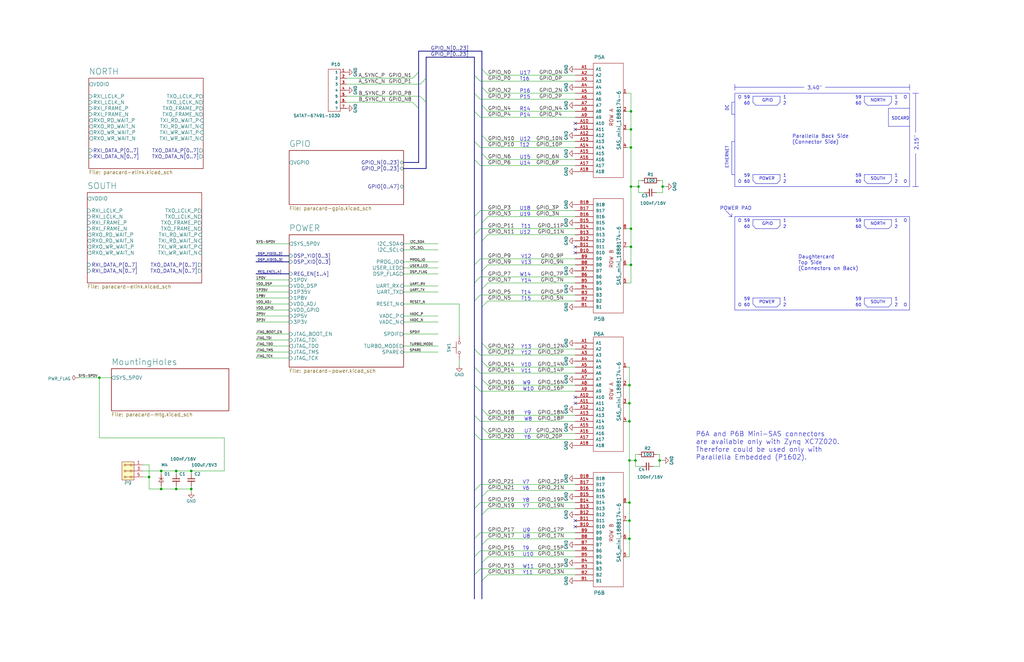
<source format=kicad_sch>
(kicad_sch (version 20230121) (generator eeschema)
  (paper "B")
  (title_block (title "MPPB01B") (date "2022-03-24") (company "MLAB.cz") (comment 2 "Paralella MLAB interface board") (comment 3 "Maksim Rezenov, Jakub Kakona"))
  (junction (at 269.24 78.74))
  (junction (at 265.43 212.09))
  (junction (at 265.43 194.31))
  (junction (at 278.13 194.31))
  (junction (at 62.865 201.295))
  (junction (at 266.065 78.74))
  (junction (at 266.065 96.52))
  (junction (at 266.065 46.99))
  (junction (at 80.645 206.375))
  (junction (at 266.065 54.61))
  (junction (at 267.97 194.31))
  (junction (at 265.43 170.18))
  (junction (at 265.43 177.8))
  (junction (at 279.4 78.74))
  (junction (at 74.295 206.375))
  (junction (at 266.065 104.14))
  (junction (at 265.43 227.33))
  (junction (at 266.065 62.23))
  (junction (at 74.295 198.755))
  (junction (at 266.065 111.76))
  (junction (at 67.945 206.375))
  (junction (at 80.645 198.755))
  (junction (at 265.43 219.71))
  (junction (at 67.945 198.755))
  (junction (at 41.91 159.385))
  (junction (at 265.43 162.56))
  (no_connect (at 242.57 52.07))
  (no_connect (at 242.57 219.71))
  (no_connect (at 242.57 222.25))
  (no_connect (at 242.57 167.64))
  (no_connect (at 242.57 170.18))
  (no_connect (at 242.57 54.61))
  (no_connect (at 242.57 104.14))
  (no_connect (at 242.57 106.68))
  (bus_entry (at 200.025 127) (size 2.54 -2.54))
  (bus_entry (at 200.025 207.01) (size 2.54 -2.54))
  (bus_entry (at 203.2 229.87) (size 2.54 -2.54))
  (bus_entry (at 203.2 121.92) (size 2.54 -2.54))
  (bus_entry (at 200.025 162.56) (size 2.54 2.54))
  (bus_entry (at 203.2 114.3) (size 2.54 -2.54))
  (bus_entry (at 200.025 99.06) (size 2.54 -2.54))
  (bus_entry (at 203.2 245.11) (size 2.54 -2.54))
  (bus_entry (at 203.2 217.17) (size 2.54 -2.54))
  (bus_entry (at 177.165 40.64) (size 2.54 2.54))
  (bus_entry (at 203.2 64.77) (size 2.54 2.54))
  (bus_entry (at 200.025 91.44) (size 2.54 -2.54))
  (bus_entry (at 200.025 59.69) (size 2.54 2.54))
  (bus_entry (at 203.2 36.83) (size 2.54 2.54))
  (bus_entry (at 203.2 172.72) (size 2.54 2.54))
  (bus_entry (at 200.025 31.75) (size 2.54 2.54))
  (bus_entry (at 200.025 214.63) (size 2.54 -2.54))
  (bus_entry (at 203.2 44.45) (size 2.54 2.54))
  (bus_entry (at 200.025 147.32) (size 2.54 2.54))
  (bus_entry (at 200.025 39.37) (size 2.54 2.54))
  (bus_entry (at 200.025 67.31) (size 2.54 2.54))
  (bus_entry (at 200.025 119.38) (size 2.54 -2.54))
  (bus_entry (at 200.025 175.26) (size 2.54 2.54))
  (bus_entry (at 203.2 129.54) (size 2.54 -2.54))
  (bus_entry (at 177.165 35.56) (size 2.54 -2.54))
  (bus_entry (at 203.2 152.4) (size 2.54 2.54))
  (bus_entry (at 173.99 43.18) (size 2.54 2.54))
  (bus_entry (at 200.025 111.76) (size 2.54 -2.54))
  (bus_entry (at 200.025 46.99) (size 2.54 2.54))
  (bus_entry (at 203.2 144.78) (size 2.54 2.54))
  (bus_entry (at 200.025 154.94) (size 2.54 2.54))
  (bus_entry (at 173.99 33.02) (size 2.54 -2.54))
  (bus_entry (at 203.2 93.98) (size 2.54 -2.54))
  (bus_entry (at 203.2 180.34) (size 2.54 2.54))
  (bus_entry (at 200.025 182.88) (size 2.54 2.54))
  (bus_entry (at 200.025 234.95) (size 2.54 -2.54))
  (bus_entry (at 203.2 29.21) (size 2.54 2.54))
  (bus_entry (at 203.2 57.15) (size 2.54 2.54))
  (bus_entry (at 203.2 237.49) (size 2.54 -2.54))
  (bus_entry (at 200.025 227.33) (size 2.54 -2.54))
  (bus_entry (at 203.2 101.6) (size 2.54 -2.54))
  (bus_entry (at 203.2 209.55) (size 2.54 -2.54))
  (bus_entry (at 203.2 160.02) (size 2.54 2.54))
  (bus_entry (at 200.025 242.57) (size 2.54 -2.54))
  (polyline (pts (xy 318.77 44.45) (xy 327.66 44.45)))
  (bus (pts (xy 203.2 93.98) (xy 203.2 101.6)))
  (wire (pts (xy 242.57 224.79) (xy 202.565 224.79)))
  (polyline (pts (xy 375.92 76.2) (xy 375.92 73.66)))
  (bus (pts (xy 200.025 46.99) (xy 200.025 59.69)))
  (bus (pts (xy 176.53 30.48) (xy 176.53 45.72)))
  (polyline (pts (xy 364.49 92.71) (xy 364.49 95.25)))
  (wire (pts (xy 184.785 120.65) (xy 170.18 120.65)))
  (wire (pts (xy 242.57 147.32) (xy 205.74 147.32)))
  (wire (pts (xy 264.16 219.71) (xy 265.43 219.71)))
  (wire (pts (xy 269.24 78.74) (xy 266.065 78.74)))
  (wire (pts (xy 242.57 41.91) (xy 202.565 41.91)))
  (wire (pts (xy 242.57 232.41) (xy 202.565 232.41)))
  (wire (pts (xy 170.18 102.87) (xy 184.785 102.87)))
  (wire (pts (xy 202.565 69.85) (xy 242.57 69.85)))
  (polyline (pts (xy 364.49 95.25) (xy 365.76 96.52)))
  (wire (pts (xy 266.065 46.99) (xy 266.065 54.61)))
  (bus (pts (xy 200.025 67.31) (xy 200.025 91.44)))
  (polyline (pts (xy 364.49 73.66) (xy 364.49 76.2)))
  (bus (pts (xy 176.53 21.59) (xy 176.53 30.48)))
  (wire (pts (xy 266.065 62.23) (xy 266.065 78.74)))
  (polyline (pts (xy 309.88 43.18) (xy 308.61 43.18)))
  (wire (pts (xy 170.18 115.57) (xy 184.785 115.57)))
  (wire (pts (xy 242.57 234.95) (xy 205.74 234.95)))
  (polyline (pts (xy 364.49 125.73) (xy 364.49 128.27)))
  (wire (pts (xy 276.86 81.28) (xy 279.4 81.28)))
  (wire (pts (xy 265.43 227.33) (xy 265.43 234.95)))
  (bus (pts (xy 179.705 24.13) (xy 200.025 24.13)))
  (wire (pts (xy 242.57 154.94) (xy 205.74 154.94)))
  (polyline (pts (xy 328.93 95.25) (xy 328.93 92.71)))
  (wire (pts (xy 265.43 219.71) (xy 265.43 227.33)))
  (bus (pts (xy 203.2 101.6) (xy 203.2 114.3)))
  (bus (pts (xy 200.025 31.75) (xy 200.025 39.37)))
  (bus (pts (xy 203.2 245.11) (xy 203.2 252.73)))
  (wire (pts (xy 278.13 196.85) (xy 278.13 194.31)))
  (polyline (pts (xy 384.81 78.74) (xy 387.35 78.74)))
  (polyline (pts (xy 383.54 91.44) (xy 383.54 130.81)))
  (polyline (pts (xy 318.77 129.54) (xy 327.66 129.54)))
  (bus (pts (xy 200.025 119.38) (xy 200.025 127)))
  (polyline (pts (xy 317.5 95.25) (xy 318.77 96.52)))
  (wire (pts (xy 264.16 96.52) (xy 266.065 96.52)))
  (wire (pts (xy 193.675 154.305) (xy 193.675 151.765)))
  (bus (pts (xy 107.95 110.49) (xy 121.92 110.49)))
  (wire (pts (xy 41.91 159.385) (xy 41.91 184.785)))
  (wire (pts (xy 80.645 206.375) (xy 80.645 207.645)))
  (polyline (pts (xy 327.66 77.47) (xy 328.93 76.2)))
  (polyline (pts (xy 365.76 129.54) (xy 374.65 129.54)))
  (bus (pts (xy 200.025 24.13) (xy 200.025 31.75)))
  (wire (pts (xy 67.945 205.105) (xy 67.945 206.375)))
  (bus (pts (xy 176.53 45.72) (xy 176.53 68.58)))
  (wire (pts (xy 266.065 39.37) (xy 266.065 46.99)))
  (bus (pts (xy 200.025 234.95) (xy 200.025 242.57)))
  (bus (pts (xy 200.025 242.57) (xy 200.025 252.73)))
  (wire (pts (xy 107.95 118.11) (xy 121.92 118.11)))
  (wire (pts (xy 279.4 81.28) (xy 279.4 78.74)))
  (wire (pts (xy 67.945 206.375) (xy 74.295 206.375)))
  (wire (pts (xy 242.57 204.47) (xy 202.565 204.47)))
  (wire (pts (xy 107.95 125.73) (xy 121.92 125.73)))
  (wire (pts (xy 121.92 123.19) (xy 107.95 123.19)))
  (wire (pts (xy 107.95 130.81) (xy 121.92 130.81)))
  (polyline (pts (xy 328.93 43.18) (xy 328.93 40.64)))
  (polyline (pts (xy 317.5 40.64) (xy 317.5 43.18)))
  (wire (pts (xy 278.13 191.77) (xy 276.86 191.77)))
  (wire (pts (xy 242.57 39.37) (xy 205.74 39.37)))
  (polyline (pts (xy 375.92 125.73) (xy 364.49 125.73)))
  (polyline (pts (xy 308.61 91.44) (xy 308.61 90.17)))
  (wire (pts (xy 74.295 205.105) (xy 74.295 206.375)))
  (wire (pts (xy 278.13 194.31) (xy 278.13 191.77)))
  (polyline (pts (xy 374.65 45.72) (xy 374.65 53.34)))
  (wire (pts (xy 74.295 200.025) (xy 74.295 198.755)))
  (polyline (pts (xy 374.65 77.47) (xy 375.92 76.2)))
  (bus (pts (xy 203.2 160.02) (xy 203.2 172.72)))
  (polyline (pts (xy 374.65 96.52) (xy 375.92 95.25)))
  (polyline (pts (xy 318.77 96.52) (xy 327.66 96.52)))
  (bus (pts (xy 200.025 207.01) (xy 200.025 214.63)))
  (wire (pts (xy 80.645 198.755) (xy 80.645 200.025)))
  (wire (pts (xy 107.95 102.87) (xy 121.92 102.87)))
  (wire (pts (xy 269.24 76.2) (xy 269.24 78.74)))
  (wire (pts (xy 205.74 175.26) (xy 242.57 175.26)))
  (wire (pts (xy 265.43 234.95) (xy 264.16 234.95)))
  (wire (pts (xy 266.065 54.61) (xy 266.065 62.23)))
  (wire (pts (xy 265.43 194.31) (xy 265.43 212.09)))
  (wire (pts (xy 266.065 104.14) (xy 266.065 111.76)))
  (polyline (pts (xy 308.61 73.66) (xy 308.61 59.69)))
  (wire (pts (xy 170.18 110.49) (xy 184.785 110.49)))
  (polyline (pts (xy 309.88 91.44) (xy 383.54 91.44)))
  (bus (pts (xy 200.025 127) (xy 200.025 147.32)))
  (wire (pts (xy 242.57 124.46) (xy 202.565 124.46)))
  (polyline (pts (xy 328.93 125.73) (xy 317.5 125.73)))
  (wire (pts (xy 267.97 194.31) (xy 267.97 196.85)))
  (bus (pts (xy 203.2 152.4) (xy 203.2 160.02)))
  (wire (pts (xy 279.4 78.74) (xy 279.4 76.2)))
  (bus (pts (xy 203.2 64.77) (xy 203.2 93.98)))
  (wire (pts (xy 170.18 128.27) (xy 193.675 128.27)))
  (polyline (pts (xy 386.08 78.74) (xy 386.08 64.77)))
  (bus (pts (xy 179.705 43.18) (xy 179.705 71.12)))
  (wire (pts (xy 266.065 78.74) (xy 266.065 96.52)))
  (wire (pts (xy 242.57 242.57) (xy 205.74 242.57)))
  (wire (pts (xy 62.865 196.215) (xy 62.865 201.295)))
  (polyline (pts (xy 364.49 43.18) (xy 365.76 44.45)))
  (wire (pts (xy 242.57 62.23) (xy 202.565 62.23)))
  (wire (pts (xy 266.065 96.52) (xy 266.065 104.14)))
  (bus (pts (xy 179.705 71.12) (xy 170.18 71.12)))
  (wire (pts (xy 242.57 96.52) (xy 202.565 96.52)))
  (bus (pts (xy 121.92 115.57) (xy 107.95 115.57)))
  (wire (pts (xy 60.325 196.215) (xy 62.865 196.215)))
  (wire (pts (xy 170.18 133.35) (xy 184.785 133.35)))
  (polyline (pts (xy 308.61 91.44) (xy 307.34 91.44)))
  (wire (pts (xy 62.865 201.295) (xy 62.865 206.375)))
  (bus (pts (xy 200.025 99.06) (xy 200.025 111.76)))
  (polyline (pts (xy 374.65 44.45) (xy 375.92 43.18)))
  (bus (pts (xy 203.2 21.59) (xy 203.2 29.21)))
  (polyline (pts (xy 308.61 48.26) (xy 309.88 48.26)))
  (wire (pts (xy 266.065 119.38) (xy 264.16 119.38)))
  (polyline (pts (xy 309.88 78.74) (xy 309.88 39.37)))
  (wire (pts (xy 107.95 151.13) (xy 121.92 151.13)))
  (polyline (pts (xy 309.88 39.37) (xy 383.54 39.37)))
  (polyline (pts (xy 327.66 44.45) (xy 328.93 43.18)))
  (bus (pts (xy 200.025 227.33) (xy 200.025 234.95)))
  (polyline (pts (xy 328.93 73.66) (xy 317.5 73.66)))
  (wire (pts (xy 62.865 206.375) (xy 67.945 206.375)))
  (wire (pts (xy 107.95 135.89) (xy 121.92 135.89)))
  (wire (pts (xy 94.615 184.785) (xy 94.615 198.755)))
  (wire (pts (xy 107.95 140.97) (xy 121.92 140.97)))
  (bus (pts (xy 179.705 33.02) (xy 179.705 43.18)))
  (wire (pts (xy 242.57 212.09) (xy 202.565 212.09)))
  (wire (pts (xy 264.16 170.18) (xy 265.43 170.18)))
  (wire (pts (xy 270.51 76.2) (xy 269.24 76.2)))
  (bus (pts (xy 200.025 175.26) (xy 200.025 182.88)))
  (bus (pts (xy 200.025 154.94) (xy 200.025 162.56)))
  (wire (pts (xy 121.92 120.65) (xy 107.95 120.65)))
  (wire (pts (xy 242.57 165.1) (xy 202.565 165.1)))
  (polyline (pts (xy 364.49 76.2) (xy 365.76 77.47)))
  (polyline (pts (xy 317.5 125.73) (xy 317.5 128.27)))
  (wire (pts (xy 242.57 149.86) (xy 202.565 149.86)))
  (polyline (pts (xy 327.66 129.54) (xy 328.93 128.27)))
  (wire (pts (xy 107.95 148.59) (xy 121.92 148.59)))
  (bus (pts (xy 203.2 172.72) (xy 203.2 180.34)))
  (wire (pts (xy 242.57 111.76) (xy 205.74 111.76)))
  (bus (pts (xy 200.025 91.44) (xy 200.025 99.06)))
  (wire (pts (xy 264.16 212.09) (xy 265.43 212.09)))
  (bus (pts (xy 200.025 39.37) (xy 200.025 46.99)))
  (wire (pts (xy 267.97 191.77) (xy 267.97 194.31)))
  (wire (pts (xy 33.02 159.385) (xy 41.91 159.385)))
  (wire (pts (xy 242.57 214.63) (xy 205.74 214.63)))
  (wire (pts (xy 146.05 40.64) (xy 177.165 40.64)))
  (polyline (pts (xy 374.65 129.54) (xy 375.92 128.27)))
  (wire (pts (xy 242.57 177.8) (xy 202.565 177.8)))
  (polyline (pts (xy 347.98 36.83) (xy 383.54 36.83)))
  (wire (pts (xy 41.91 159.385) (xy 46.99 159.385)))
  (wire (pts (xy 265.43 177.8) (xy 264.16 177.8)))
  (bus (pts (xy 200.025 162.56) (xy 200.025 175.26)))
  (wire (pts (xy 184.785 146.05) (xy 170.18 146.05)))
  (wire (pts (xy 242.57 162.56) (xy 205.74 162.56)))
  (wire (pts (xy 202.565 116.84) (xy 242.57 116.84)))
  (polyline (pts (xy 309.88 130.81) (xy 309.88 91.44)))
  (polyline (pts (xy 365.76 77.47) (xy 374.65 77.47)))
  (bus (pts (xy 203.2 36.83) (xy 203.2 44.45)))
  (polyline (pts (xy 383.54 130.81) (xy 309.88 130.81)))
  (polyline (pts (xy 374.65 53.34) (xy 383.54 53.34)))
  (wire (pts (xy 74.295 198.755) (xy 80.645 198.755)))
  (wire (pts (xy 265.43 154.94) (xy 265.43 162.56)))
  (wire (pts (xy 264.16 111.76) (xy 266.065 111.76)))
  (wire (pts (xy 170.18 113.03) (xy 184.785 113.03)))
  (bus (pts (xy 176.53 68.58) (xy 170.18 68.58)))
  (wire (pts (xy 269.24 191.77) (xy 267.97 191.77)))
  (wire (pts (xy 267.97 194.31) (xy 265.43 194.31)))
  (wire (pts (xy 242.57 185.42) (xy 202.565 185.42)))
  (bus (pts (xy 203.2 144.78) (xy 203.2 152.4)))
  (polyline (pts (xy 375.92 128.27) (xy 375.92 125.73)))
  (wire (pts (xy 264.16 46.99) (xy 266.065 46.99)))
  (wire (pts (xy 242.57 240.03) (xy 202.565 240.03)))
  (wire (pts (xy 242.57 49.53) (xy 202.565 49.53)))
  (polyline (pts (xy 317.5 128.27) (xy 318.77 129.54)))
  (polyline (pts (xy 328.93 128.27) (xy 328.93 125.73)))
  (polyline (pts (xy 386.08 55.88) (xy 386.08 39.37)))
  (polyline (pts (xy 309.88 73.66) (xy 308.61 73.66)))
  (polyline (pts (xy 318.77 77.47) (xy 327.66 77.47)))
  (wire (pts (xy 264.16 39.37) (xy 266.065 39.37)))
  (bus (pts (xy 176.53 21.59) (xy 203.2 21.59)))
  (wire (pts (xy 193.675 128.27) (xy 193.675 141.605)))
  (polyline (pts (xy 383.54 45.72) (xy 374.65 45.72)))
  (wire (pts (xy 41.91 184.785) (xy 94.615 184.785)))
  (bus (pts (xy 203.2 129.54) (xy 203.2 144.78)))
  (wire (pts (xy 275.59 196.85) (xy 278.13 196.85)))
  (wire (pts (xy 264.16 154.94) (xy 265.43 154.94)))
  (polyline (pts (xy 317.5 92.71) (xy 317.5 95.25)))
  (polyline (pts (xy 317.5 73.66) (xy 317.5 76.2)))
  (wire (pts (xy 264.16 162.56) (xy 265.43 162.56)))
  (polyline (pts (xy 328.93 92.71) (xy 317.5 92.71)))
  (bus (pts (xy 179.705 24.13) (xy 179.705 33.02)))
  (wire (pts (xy 184.785 135.89) (xy 170.18 135.89)))
  (wire (pts (xy 266.065 111.76) (xy 266.065 119.38)))
  (wire (pts (xy 107.95 143.51) (xy 121.92 143.51)))
  (polyline (pts (xy 375.92 40.64) (xy 364.49 40.64)))
  (bus (pts (xy 203.2 57.15) (xy 203.2 64.77)))
  (bus (pts (xy 203.2 180.34) (xy 203.2 209.55)))
  (bus (pts (xy 203.2 121.92) (xy 203.2 129.54)))
  (bus (pts (xy 203.2 114.3) (xy 203.2 121.92)))
  (wire (pts (xy 80.645 198.755) (xy 94.615 198.755)))
  (wire (pts (xy 242.57 67.31) (xy 205.74 67.31)))
  (bus (pts (xy 203.2 229.87) (xy 203.2 237.49)))
  (bus (pts (xy 203.2 209.55) (xy 203.2 217.17)))
  (wire (pts (xy 170.18 140.97) (xy 184.785 140.97)))
  (polyline (pts (xy 328.93 40.64) (xy 317.5 40.64)))
  (wire (pts (xy 67.945 200.025) (xy 67.945 198.755)))
  (wire (pts (xy 265.43 177.8) (xy 265.43 194.31)))
  (wire (pts (xy 265.43 212.09) (xy 265.43 219.71)))
  (polyline (pts (xy 327.66 96.52) (xy 328.93 95.25)))
  (wire (pts (xy 242.57 91.44) (xy 205.74 91.44)))
  (wire (pts (xy 279.4 194.31) (xy 278.13 194.31)))
  (wire (pts (xy 242.57 31.75) (xy 205.74 31.75)))
  (bus (pts (xy 203.2 237.49) (xy 203.2 245.11)))
  (polyline (pts (xy 375.92 73.66) (xy 364.49 73.66)))
  (wire (pts (xy 269.24 78.74) (xy 269.24 81.28)))
  (wire (pts (xy 173.99 33.02) (xy 146.05 33.02)))
  (polyline (pts (xy 309.88 38.1) (xy 309.88 35.56)))
  (wire (pts (xy 146.05 43.18) (xy 173.99 43.18)))
  (wire (pts (xy 242.57 109.22) (xy 202.565 109.22)))
  (polyline (pts (xy 306.07 88.9) (xy 308.61 91.44)))
  (bus (pts (xy 200.025 182.88) (xy 200.025 207.01)))
  (polyline (pts (xy 308.61 43.18) (xy 308.61 48.26)))
  (wire (pts (xy 177.165 35.56) (xy 146.05 35.56)))
  (wire (pts (xy 74.295 206.375) (xy 80.645 206.375)))
  (wire (pts (xy 242.57 34.29) (xy 202.565 34.29)))
  (wire (pts (xy 264.16 227.33) (xy 265.43 227.33)))
  (polyline (pts (xy 365.76 96.52) (xy 374.65 96.52)))
  (polyline (pts (xy 383.54 38.1) (xy 383.54 35.56)))
  (wire (pts (xy 170.18 105.41) (xy 184.785 105.41)))
  (polyline (pts (xy 383.54 39.37) (xy 383.54 78.74)))
  (wire (pts (xy 67.945 198.755) (xy 74.295 198.755)))
  (polyline (pts (xy 375.92 43.18) (xy 375.92 40.64)))
  (wire (pts (xy 264.16 54.61) (xy 266.065 54.61)))
  (wire (pts (xy 184.785 148.59) (xy 170.18 148.59)))
  (wire (pts (xy 107.95 146.05) (xy 121.92 146.05)))
  (wire (pts (xy 242.57 157.48) (xy 202.565 157.48)))
  (wire (pts (xy 267.97 196.85) (xy 270.51 196.85)))
  (wire (pts (xy 205.74 227.33) (xy 242.57 227.33)))
  (wire (pts (xy 107.95 133.35) (xy 121.92 133.35)))
  (wire (pts (xy 80.645 206.375) (xy 80.645 205.105)))
  (bus (pts (xy 203.2 29.21) (xy 203.2 36.83)))
  (polyline (pts (xy 375.92 95.25) (xy 375.92 92.71)))
  (bus (pts (xy 200.025 214.63) (xy 200.025 227.33)))
  (wire (pts (xy 266.065 62.23) (xy 264.16 62.23)))
  (wire (pts (xy 242.57 119.38) (xy 205.74 119.38)))
  (wire (pts (xy 242.57 127) (xy 205.74 127)))
  (polyline (pts (xy 375.92 92.71) (xy 364.49 92.71)))
  (polyline (pts (xy 365.76 44.45) (xy 374.65 44.45)))
  (polyline (pts (xy 384.81 39.37) (xy 387.35 39.37)))
  (wire (pts (xy 242.57 99.06) (xy 205.74 99.06)))
  (wire (pts (xy 242.57 46.99) (xy 205.74 46.99)))
  (polyline (pts (xy 317.5 76.2) (xy 318.77 77.47)))
  (wire (pts (xy 279.4 76.2) (xy 278.13 76.2)))
  (polyline (pts (xy 308.61 59.69) (xy 309.88 59.69)))
  (wire (pts (xy 280.67 78.74) (xy 279.4 78.74)))
  (polyline (pts (xy 383.54 78.74) (xy 309.88 78.74)))
  (wire (pts (xy 265.43 162.56) (xy 265.43 170.18)))
  (wire (pts (xy 242.57 182.88) (xy 205.74 182.88)))
  (bus (pts (xy 200.025 147.32) (xy 200.025 154.94)))
  (bus (pts (xy 203.2 217.17) (xy 203.2 229.87)))
  (bus (pts (xy 107.95 107.95) (xy 121.92 107.95)))
  (wire (pts (xy 60.325 198.755) (xy 67.945 198.755)))
  (bus (pts (xy 200.025 59.69) (xy 200.025 67.31)))
  (wire (pts (xy 269.24 81.28) (xy 271.78 81.28)))
  (polyline (pts (xy 364.49 128.27) (xy 365.76 129.54)))
  (wire (pts (xy 107.95 128.27) (xy 121.92 128.27)))
  (polyline (pts (xy 364.49 40.64) (xy 364.49 43.18)))
  (wire (pts (xy 62.865 201.295) (xy 60.325 201.295)))
  (polyline (pts (xy 309.88 36.83) (xy 339.09 36.83)))
  (wire (pts (xy 242.57 207.01) (xy 205.74 207.01)))
  (polyline (pts (xy 317.5 43.18) (xy 318.77 44.45)))
  (wire (pts (xy 264.16 104.14) (xy 266.065 104.14)))
  (wire (pts (xy 205.74 59.69) (xy 242.57 59.69)))
  (wire (pts (xy 242.57 88.9) (xy 202.565 88.9)))
  (polyline (pts (xy 328.93 76.2) (xy 328.93 73.66)))
  (wire (pts (xy 265.43 170.18) (xy 265.43 177.8)))
  (bus (pts (xy 200.025 111.76) (xy 200.025 119.38)))
  (wire (pts (xy 170.18 123.19) (xy 184.785 123.19)))
  (bus (pts (xy 203.2 44.45) (xy 203.2 57.15)))
  (text "GPIO" (at 321.31 43.18 0) (effects (font (size 1.27 1.27)) (justify left bottom)))
  (text "SOUTH" (at 367.03 76.2 0) (effects (font (size 1.27 1.27)) (justify left bottom)))
  (text "U9" (at 220.345 224.79 0) (effects (font (size 1.524 1.524)) (justify left bottom)))
  (text "R14" (at 219.075 46.99 0) (effects (font (size 1.524 1.524)) (justify left bottom)))
  (text "60" (at 360.68 96.52 0) (effects (font (size 1.27 1.27)) (justify left bottom)))
  (text "V13" (at 219.71 111.76 0) (effects (font (size 1.524 1.524)) (justify left bottom)))
  (text "60" (at 313.69 77.47 0) (effects (font (size 1.27 1.27)) (justify left bottom)))
  (text "Parallella Back Side\n(Connector Side)\n" (at 334.01 60.96 0) (effects (font (size 1.524 1.524)) (justify left bottom)))
  (text "Y8" (at 220.345 212.09 0) (effects (font (size 1.524 1.524)) (justify left bottom)))
  (text "U18" (at 219.075 88.9 0) (effects (font (size 1.524 1.524)) (justify left bottom)))
  (text "POWER" (at 320.04 76.2 0) (effects (font (size 1.27 1.27)) (justify left bottom)))
  (text "P15" (at 219.075 41.91 0) (effects (font (size 1.524 1.524)) (justify left bottom)))
  (text "Y13" (at 219.71 147.32 0) (effects (font (size 1.524 1.524)) (justify left bottom)))
  (text "Y12" (at 219.71 149.86 0) (effects (font (size 1.524 1.524)) (justify left bottom)))
  (text "W10" (at 220.345 165.1 0) (effects (font (size 1.524 1.524)) (justify left bottom)))
  (text "Y9" (at 220.98 175.26 0) (effects (font (size 1.524 1.524)) (justify left bottom)))
  (text "3.40\"" (at 340.36 38.1 0) (effects (font (size 1.524 1.524)) (justify left bottom)))
  (text "U8" (at 220.345 227.33 0) (effects (font (size 1.524 1.524)) (justify left bottom)))
  (text "1" (at 330.2 93.98 0) (effects (font (size 1.27 1.27)) (justify left bottom)))
  (text "O" (at 381 129.54 0) (effects (font (size 1.27 1.27)) (justify left bottom)))
  (text "U7" (at 220.98 182.88 0) (effects (font (size 1.524 1.524)) (justify left bottom)))
  (text "60" (at 313.69 129.54 0) (effects (font (size 1.27 1.27)) (justify left bottom)))
  (text "U19" (at 219.075 91.44 0) (effects (font (size 1.524 1.524)) (justify left bottom)))
  (text "V11" (at 219.71 157.48 0) (effects (font (size 1.524 1.524)) (justify left bottom)))
  (text "2" (at 377.19 77.47 0) (effects (font (size 1.27 1.27)) (justify left bottom)))
  (text "60" (at 313.69 44.45 0) (effects (font (size 1.27 1.27)) (justify left bottom)))
  (text "2" (at 330.2 77.47 0) (effects (font (size 1.27 1.27)) (justify left bottom)))
  (text "2" (at 330.2 96.52 0) (effects (font (size 1.27 1.27)) (justify left bottom)))
  (text "T11" (at 219.71 96.52 0) (effects (font (size 1.524 1.524)) (justify left bottom)))
  (text "1" (at 377.19 74.93 0) (effects (font (size 1.27 1.27)) (justify left bottom)))
  (text "2" (at 330.2 129.54 0) (effects (font (size 1.27 1.27)) (justify left bottom)))
  (text "T12" (at 219.075 62.23 0) (effects (font (size 1.524 1.524)) (justify left bottom)))
  (text "W9" (at 220.345 162.56 0) (effects (font (size 1.524 1.524)) (justify left bottom)))
  (text "T9" (at 220.345 232.41 0) (effects (font (size 1.524 1.524)) (justify left bottom)))
  (text "GPIO" (at 321.31 95.25 0) (effects (font (size 1.27 1.27)) (justify left bottom)))
  (text "1" (at 330.2 41.91 0) (effects (font (size 1.27 1.27)) (justify left bottom)))
  (text "U15" (at 219.075 67.31 0) (effects (font (size 1.524 1.524)) (justify left bottom)))
  (text "T15" (at 219.71 127 0) (effects (font (size 1.524 1.524)) (justify left bottom)))
  (text "W8" (at 220.98 177.8 0) (effects (font (size 1.524 1.524)) (justify left bottom)))
  (text "59" (at 313.69 93.98 0) (effects (font (size 1.27 1.27)) (justify left bottom)))
  (text "Y14" (at 219.71 119.38 0) (effects (font (size 1.524 1.524)) (justify left bottom)))
  (text "T16" (at 219.075 34.29 0) (effects (font (size 1.524 1.524)) (justify left bottom)))
  (text "U10" (at 220.345 234.95 0) (effects (font (size 1.524 1.524)) (justify left bottom)))
  (text "W11" (at 220.345 240.03 0) (effects (font (size 1.524 1.524)) (justify left bottom)))
  (text "1" (at 377.19 93.98 0) (effects (font (size 1.27 1.27)) (justify left bottom)))
  (text "2" (at 377.19 96.52 0) (effects (font (size 1.27 1.27)) (justify left bottom)))
  (text "O" (at 311.15 77.47 0) (effects (font (size 1.27 1.27)) (justify left bottom)))
  (text "2" (at 377.19 44.45 0) (effects (font (size 1.27 1.27)) (justify left bottom)))
  (text "1" (at 330.2 127 0) (effects (font (size 1.27 1.27)) (justify left bottom)))
  (text "1" (at 377.19 127 0) (effects (font (size 1.27 1.27)) (justify left bottom)))
  (text "SDCARD" (at 375.92 50.8 0) (effects (font (size 1.27 1.27)) (justify left bottom)))
  (text "60" (at 360.68 77.47 0) (effects (font (size 1.27 1.27)) (justify left bottom)))
  (text "59" (at 360.68 41.91 0) (effects (font (size 1.27 1.27)) (justify left bottom)))
  (text "NORTH" (at 367.03 95.25 0) (effects (font (size 1.27 1.27)) (justify left bottom)))
  (text "V12" (at 219.71 109.22 0) (effects (font (size 1.524 1.524)) (justify left bottom)))
  (text "U12" (at 219.075 59.69 0) (effects (font (size 1.524 1.524)) (justify left bottom)))
  (text "V7" (at 220.345 204.47 0) (effects (font (size 1.524 1.524)) (justify left bottom)))
  (text "59" (at 360.68 93.98 0) (effects (font (size 1.27 1.27)) (justify left bottom)))
  (text "1" (at 377.19 41.91 0) (effects (font (size 1.27 1.27)) (justify left bottom)))
  (text "U17" (at 219.075 31.75 0) (effects (font (size 1.524 1.524)) (justify left bottom)))
  (text "Y11" (at 220.345 242.57 0) (effects (font (size 1.524 1.524)) (justify left bottom)))
  (text "60" (at 360.68 44.45 0) (effects (font (size 1.27 1.27)) (justify left bottom)))
  (text "59" (at 313.69 41.91 0) (effects (font (size 1.27 1.27)) (justify left bottom)))
  (text "60" (at 313.69 96.52 0) (effects (font (size 1.27 1.27)) (justify left bottom)))
  (text "1" (at 330.2 74.93 0) (effects (font (size 1.27 1.27)) (justify left bottom)))
  (text "NORTH" (at 367.03 43.18 0) (effects (font (size 1.27 1.27)) (justify left bottom)))
  (text "Y6" (at 220.98 185.42 0) (effects (font (size 1.524 1.524)) (justify left bottom)))
  (text "59" (at 360.68 127 0) (effects (font (size 1.27 1.27)) (justify left bottom)))
  (text "P16" (at 219.075 39.37 0) (effects (font (size 1.524 1.524)) (justify left bottom)))
  (text "V6" (at 220.345 207.01 0) (effects (font (size 1.524 1.524)) (justify left bottom)))
  (text "Daughtercard\nTop Side\n(Connectors on Back)" (at 336.55 114.3 0) (effects (font (size 1.524 1.524)) (justify left bottom)))
  (text "P6A and P6B Mini-SAS connectors\nare available only with Zynq XC7Z020.\nTherefore could be used only with \nParallella Embedded (P1602)." (at 293.37 194.31 0) (effects (font (size 2.032 2.032)) (justify left bottom)))
  (text "POWER" (at 320.04 128.27 0) (effects (font (size 1.27 1.27)) (justify left bottom)))
  (text "59" (at 360.68 74.93 0) (effects (font (size 1.27 1.27)) (justify left bottom)))
  (text "59" (at 313.69 74.93 0) (effects (font (size 1.27 1.27)) (justify left bottom)))
  (text "59" (at 313.69 127 0) (effects (font (size 1.27 1.27)) (justify left bottom)))
  (text "U12" (at 219.075 99.06 0) (effects (font (size 1.524 1.524)) (justify left bottom)))
  (text "ETHERNET" (at 307.34 71.12 90) (effects (font (size 1.27 1.27)) (justify left bottom)))
  (text "O" (at 311.15 93.98 0) (effects (font (size 1.27 1.27)) (justify left bottom)))
  (text "Y7" (at 220.345 214.63 0) (effects (font (size 1.524 1.524)) (justify left bottom)))
  (text "SOUTH" (at 367.03 128.27 0) (effects (font (size 1.27 1.27)) (justify left bottom)))
  (text "POWER PAD" (at 303.53 88.9 0) (effects (font (size 1.524 1.524)) (justify left bottom)))
  (text "V10" (at 219.71 154.94 0) (effects (font (size 1.524 1.524)) (justify left bottom)))
  (text "2" (at 377.19 129.54 0) (effects (font (size 1.27 1.27)) (justify left bottom)))
  (text "2" (at 330.2 44.45 0) (effects (font (size 1.27 1.27)) (justify left bottom)))
  (text "W14" (at 219.075 116.84 0) (effects (font (size 1.524 1.524)) (justify left bottom)))
  (text "60" (at 360.68 129.54 0) (effects (font (size 1.27 1.27)) (justify left bottom)))
  (text "P14" (at 219.075 49.53 0) (effects (font (size 1.524 1.524)) (justify left bottom)))
  (text "O" (at 311.15 129.54 0) (effects (font (size 1.27 1.27)) (justify left bottom)))
  (text "O" (at 381 41.91 0) (effects (font (size 1.27 1.27)) (justify left bottom)))
  (text "U14" (at 219.075 69.85 0) (effects (font (size 1.524 1.524)) (justify left bottom)))
  (text "O" (at 381 93.98 0) (effects (font (size 1.27 1.27)) (justify left bottom)))
  (text "T14" (at 219.71 124.46 0) (effects (font (size 1.524 1.524)) (justify left bottom)))
  (text "2.15\"" (at 387.35 63.5 90) (effects (font (size 1.524 1.524)) (justify left bottom)))
  (text "O" (at 381 77.47 0) (effects (font (size 1.27 1.27)) (justify left bottom)))
  (text "DC" (at 307.34 46.99 90) (effects (font (size 1.27 1.27)) (justify left bottom)))
  (text "O" (at 311.15 41.91 0) (effects (font (size 1.27 1.27)) (justify left bottom)))
  (label "UART_RX" (at 172.72 120.65 0) (effects (font (size 1.016 1.016))))
  (label "GPIO_N3" (at 205.74 91.44 0) (effects (font (size 1.524 1.524))))
  (label "GPIO_P12" (at 205.74 149.86 0) (effects (font (size 1.524 1.524))))
  (label "B_SYNC_P" (at 151.13 40.64 0) (effects (font (size 1.524 1.524))))
  (label "GPIO_15P" (at 226.695 232.41 0) (effects (font (size 1.524 1.524))))
  (label "GPIO_19P" (at 226.695 212.09 0) (effects (font (size 1.524 1.524))))
  (label "GPIO_7N" (at 227.965 119.38 0) (effects (font (size 1.524 1.524))))
  (label "GPIO_P[0..23]" (at 181.61 24.13 0) (effects (font (size 1.524 1.524))))
  (label "GPIO_16P" (at 226.695 165.1 0) (effects (font (size 1.524 1.524))))
  (label "GPIO_18N" (at 226.695 175.26 0) (effects (font (size 1.524 1.524))))
  (label "GPIO_P8" (at 163.83 40.64 0) (effects (font (size 1.524 1.524))))
  (label "GPIO_N2" (at 205.74 39.37 0) (effects (font (size 1.524 1.524))))
  (label "GPIO_N[0..23]" (at 181.61 21.59 0) (effects (font (size 1.524 1.524))))
  (label "GPIO_13N" (at 226.695 242.57 0) (effects (font (size 1.524 1.524))))
  (label "GPIO_6N" (at 226.06 67.31 0) (effects (font (size 1.524 1.524))))
  (label "GPIO_N13" (at 205.74 242.57 0) (effects (font (size 1.524 1.524))))
  (label "1P8V" (at 107.95 125.73 0) (effects (font (size 1.016 1.016))))
  (label "GPIO_N18" (at 205.74 175.26 0) (effects (font (size 1.524 1.524))))
  (label "GPIO_21P" (at 226.695 204.47 0) (effects (font (size 1.524 1.524))))
  (label "GPIO_N1" (at 163.83 33.02 0) (effects (font (size 1.524 1.524))))
  (label "GPIO_12P" (at 226.695 149.86 0) (effects (font (size 1.524 1.524))))
  (label "3P3V" (at 107.95 135.89 0) (effects (font (size 1.016 1.016))))
  (label "GPIO_2P" (at 227.33 41.91 0) (effects (font (size 1.524 1.524))))
  (label "SYS-5POV" (at 107.95 102.87 0) (effects (font (size 1.016 1.016))))
  (label "GPIO_6P" (at 226.06 69.85 0) (effects (font (size 1.524 1.524))))
  (label "I2C_SCL" (at 172.72 105.41 0) (effects (font (size 1.016 1.016))))
  (label "GPIO_P2" (at 205.74 41.91 0) (effects (font (size 1.524 1.524))))
  (label "GPIO_P19" (at 205.74 212.09 0) (effects (font (size 1.524 1.524))))
  (label "GPIO_0N" (at 227.33 31.75 0) (effects (font (size 1.524 1.524))))
  (label "PROG_IO" (at 172.72 110.49 0) (effects (font (size 1.016 1.016))))
  (label "GPIO_16N" (at 226.695 162.56 0) (effects (font (size 1.524 1.524))))
  (label "GPIO_N4" (at 205.74 46.99 0) (effects (font (size 1.524 1.524))))
  (label "SPARE" (at 172.72 148.59 0) (effects (font (size 1.016 1.016))))
  (label "GPIO_P14" (at 205.74 157.48 0) (effects (font (size 1.524 1.524))))
  (label "VDD_ADJ" (at 107.95 128.27 0) (effects (font (size 1.016 1.016))))
  (label "GPIO_20N" (at 226.06 182.88 0) (effects (font (size 1.524 1.524))))
  (label "GPIO_10P" (at 226.06 62.23 0) (effects (font (size 1.524 1.524))))
  (label "TURBO_MODE" (at 172.72 146.05 0) (effects (font (size 1.016 1.016))))
  (label "GPIO_P11" (at 205.74 96.52 0) (effects (font (size 1.524 1.524))))
  (label "JTAG_TCK" (at 107.95 151.13 0) (effects (font (size 1.016 1.016))))
  (label "GPIO_15N" (at 226.695 234.95 0) (effects (font (size 1.524 1.524))))
  (label "GPIO_9P" (at 227.965 109.22 0) (effects (font (size 1.524 1.524))))
  (label "VADC_P" (at 172.72 133.35 0) (effects (font (size 1.016 1.016))))
  (label "JTAG_BOOT_EN" (at 107.95 140.97 0) (effects (font (size 1.016 1.016))))
  (label "GPIO_N16" (at 205.74 162.56 0) (effects (font (size 1.524 1.524))))
  (label "GPIO_P0" (at 205.74 34.29 0) (effects (font (size 1.524 1.524))))
  (label "GPIO_10N" (at 226.06 59.69 0) (effects (font (size 1.524 1.524))))
  (label "GPIO_P3" (at 205.74 88.9 0) (effects (font (size 1.524 1.524))))
  (label "GPIO_N5" (at 205.74 127 0) (effects (font (size 1.524 1.524))))
  (label "GPIO_P16" (at 205.74 165.1 0) (effects (font (size 1.524 1.524))))
  (label "GPIO_3N" (at 226.06 91.44 0) (effects (font (size 1.524 1.524))))
  (label "GPIO_11N" (at 226.695 99.06 0) (effects (font (size 1.524 1.524))))
  (label "JTAG_TDI" (at 107.95 143.51 0) (effects (font (size 1.016 1.016))))
  (label "GPIO_5N" (at 227.965 127 0) (effects (font (size 1.524 1.524))))
  (label "GPIO_N6" (at 205.74 67.31 0) (effects (font (size 1.524 1.524))))
  (label "RESET_N" (at 172.72 128.27 0) (effects (font (size 1.016 1.016))))
  (label "GPIO_21N" (at 226.695 207.01 0) (effects (font (size 1.524 1.524))))
  (label "VDD_DSP" (at 107.95 120.65 0) (effects (font (size 1.016 1.016))))
  (label "GPIO_N14" (at 205.74 154.94 0) (effects (font (size 1.524 1.524))))
  (label "GPIO_N7" (at 205.74 119.38 0) (effects (font (size 1.524 1.524))))
  (label "GPIO_N17" (at 205.74 227.33 0) (effects (font (size 1.524 1.524))))
  (label "GPIO_P5" (at 205.74 124.46 0) (effects (font (size 1.524 1.524))))
  (label "B_SYNC_N" (at 151.13 43.18 0) (effects (font (size 1.524 1.524))))
  (label "GPIO_14N" (at 226.695 154.94 0) (effects (font (size 1.524 1.524))))
  (label "1POV" (at 107.95 118.11 0) (effects (font (size 1.016 1.016))))
  (label "GPIO_N21" (at 205.74 207.01 0) (effects (font (size 1.524 1.524))))
  (label "REG_EN[1..4]" (at 108.585 115.57 0) (effects (font (size 1.016 1.016))))
  (label "GPIO_N20" (at 205.74 182.88 0) (effects (font (size 1.524 1.524))))
  (label "GPIO_9N" (at 227.965 111.76 0) (effects (font (size 1.524 1.524))))
  (label "GPIO_P6" (at 205.74 69.85 0) (effects (font (size 1.524 1.524))))
  (label "A_SYNC_N" (at 151.13 35.56 0) (effects (font (size 1.524 1.524))))
  (label "GPIO_P1" (at 163.83 35.56 0) (effects (font (size 1.524 1.524))))
  (label "I2C_SDA" (at 172.72 102.87 0) (effects (font (size 1.016 1.016))))
  (label "1P35V" (at 107.95 123.19 0) (effects (font (size 1.016 1.016))))
  (label "DSP_FLAG" (at 172.72 115.57 0) (effects (font (size 1.016 1.016))))
  (label "VADC_N" (at 172.72 135.89 0) (effects (font (size 1.016 1.016))))
  (label "GPIO_N9" (at 205.74 111.76 0) (effects (font (size 1.524 1.524))))
  (label "UART_TX" (at 172.72 123.19 0) (effects (font (size 1.016 1.016))))
  (label "GPIO_0P" (at 227.33 34.29 0) (effects (font (size 1.524 1.524))))
  (label "GPIO_P17" (at 205.74 224.79 0) (effects (font (size 1.524 1.524))))
  (label "GPIO_13P" (at 226.695 240.03 0) (effects (font (size 1.524 1.524))))
  (label "GPIO_P21" (at 205.74 204.47 0) (effects (font (size 1.524 1.524))))
  (label "DSP_XID[0..3]" (at 108.585 110.49 0) (effects (font (size 1.016 1.016))))
  (label "VDD_GPIO" (at 107.95 130.81 0) (effects (font (size 1.016 1.016))))
  (label "SPDIF" (at 172.72 140.97 0) (effects (font (size 1.016 1.016))))
  (label "GPIO_12N" (at 226.695 147.32 0) (effects (font (size 1.524 1.524))))
  (label "DSP_YID[0..3]" (at 108.585 107.95 0) (effects (font (size 1.016 1.016))))
  (label "GPIO_19N" (at 226.695 214.63 0) (effects (font (size 1.524 1.524))))
  (label "GPIO_P4" (at 205.74 49.53 0) (effects (font (size 1.524 1.524))))
  (label "GPIO_P9" (at 205.74 109.22 0) (effects (font (size 1.524 1.524))))
  (label "GPIO_3P" (at 226.06 88.9 0) (effects (font (size 1.524 1.524))))
  (label "A_SYNC_P" (at 151.13 33.02 0) (effects (font (size 1.524 1.524))))
  (label "GPIO_20P" (at 226.06 185.42 0) (effects (font (size 1.524 1.524))))
  (label "GPIO_N8" (at 163.83 43.18 0) (effects (font (size 1.524 1.524))))
  (label "GPIO_14P" (at 226.695 157.48 0) (effects (font (size 1.524 1.524))))
  (label "GPIO_P20" (at 205.74 185.42 0) (effects (font (size 1.524 1.524))))
  (label "GPIO_N11" (at 205.74 99.06 0) (effects (font (size 1.524 1.524))))
  (label "JTAG_TDO" (at 107.95 146.05 0) (effects (font (size 1.016 1.016))))
  (label "GPIO_7P" (at 227.965 116.84 0) (effects (font (size 1.524 1.524))))
  (label "GPIO_N19" (at 205.74 214.63 0) (effects (font (size 1.524 1.524))))
  (label "GPIO_P18" (at 205.74 177.8 0) (effects (font (size 1.524 1.524))))
  (label "GPIO_N0" (at 205.74 31.75 0) (effects (font (size 1.524 1.524))))
  (label "GPIO_N12" (at 205.74 147.32 0) (effects (font (size 1.524 1.524))))
  (label "GPIO_17P" (at 226.695 224.79 0) (effects (font (size 1.524 1.524))))
  (label "GPIO_18P" (at 226.695 177.8 0) (effects (font (size 1.524 1.524))))
  (label "GPIO_P10" (at 205.74 62.23 0) (effects (font (size 1.524 1.524))))
  (label "USER_LED" (at 172.72 113.03 0) (effects (font (size 1.016 1.016))))
  (label "GPIO_P15" (at 205.74 232.41 0) (effects (font (size 1.524 1.524))))
  (label "GPIO_N10" (at 205.74 59.69 0) (effects (font (size 1.524 1.524))))
  (label "GPIO_5P" (at 227.965 124.46 0) (effects (font (size 1.524 1.524))))
  (label "GPIO_P4" (at 227.33 49.53 0) (effects (font (size 1.524 1.524))))
  (label "GPIO_N4" (at 227.33 46.99 0) (effects (font (size 1.524 1.524))))
  (label "GPIO_11P" (at 226.695 96.52 0) (effects (font (size 1.524 1.524))))
  (label "GPIO_P7" (at 205.74 116.84 0) (effects (font (size 1.524 1.524))))
  (label "GPIO_2N" (at 227.33 39.37 0) (effects (font (size 1.524 1.524))))
  (label "GPIO_17N" (at 226.695 227.33 0) (effects (font (size 1.524 1.524))))
  (label "JTAG_TMS" (at 107.95 148.59 0) (effects (font (size 1.016 1.016))))
  (label "GPIO_P13" (at 205.74 240.03 0) (effects (font (size 1.524 1.524))))
  (label "GPIO_N15" (at 205.74 234.95 0) (effects (font (size 1.524 1.524))))
  (label "SYS-5POV" (at 33.02 159.385 0) (effects (font (size 1.016 1.016))))
  (label "2P5V" (at 107.95 133.35 0) (effects (font (size 1.016 1.016))))
  (symbol (lib_id "paracard-template-rescue:SAS_mini_1888174-MLAB_CONNECTORS") (at 262.89 67.31 0) (unit 1)
    (property "Reference" "P5" (at 252.73 24.13 0) (effects (font (size 1.524 1.524))))
    (property "Value" "SAS_mini_1888174-6" (at 260.985 50.8 90) (effects (font (size 1.524 1.524))))
    (property "Footprint" "Mlab_CON:SAS-mini_TEConnectivity_1888174_Vertical" (effects hide))
    (property "UST_ID" "624ede60592c2d62176d5a96" (effects hide))
  )
  (symbol (lib_id "paracard-template-rescue:SAS_mini_1888174-MLAB_CONNECTORS") (at 262.89 91.44 0) (mirror x) (unit 2)
    (property "Reference" "P5" (at 252.73 134.62 0) (effects (font (size 1.524 1.524))))
    (property "Value" "SAS_mini_1888174-6" (at 260.985 107.95 90) (effects (font (size 1.524 1.524))))
    (property "Footprint" "Mlab_CON:SAS-mini_TEConnectivity_1888174_Vertical" (effects hide))
    (property "UST_ID" "624ede60592c2d62176d5a96" (effects hide))
  )
  (symbol (lib_id "paracard-template-rescue:GND-power") (at 242.57 29.21 270) (unit 1)
    (property "Reference" "#PWR01" (effects hide))
    (property "Value" "GND" (at 238.76 29.21 0))
  )
  (symbol (lib_id "paracard-template-rescue:GND-power") (at 242.57 36.83 270) (unit 1)
    (property "Reference" "#PWR02" (effects hide))
    (property "Value" "GND" (at 238.76 36.83 0))
  )
  (symbol (lib_id "paracard-template-rescue:GND-power") (at 242.57 44.45 270) (unit 1)
    (property "Reference" "#PWR03" (effects hide))
    (property "Value" "GND" (at 238.76 44.45 0))
  )
  (symbol (lib_id "paracard-template-rescue:GND-power") (at 242.57 72.39 270) (unit 1)
    (property "Reference" "#PWR04" (effects hide))
    (property "Value" "GND" (at 238.76 72.39 0))
  )
  (symbol (lib_id "paracard-template-rescue:GND-power") (at 242.57 64.77 270) (unit 1)
    (property "Reference" "#PWR05" (effects hide))
    (property "Value" "GND" (at 238.76 64.77 0))
  )
  (symbol (lib_id "paracard-template-rescue:GND-power") (at 242.57 57.15 270) (unit 1)
    (property "Reference" "#PWR06" (effects hide))
    (property "Value" "GND" (at 238.76 57.15 0))
  )
  (symbol (lib_id "paracard-template-rescue:GND-power") (at 242.57 86.36 270) (unit 1)
    (property "Reference" "#PWR07" (effects hide))
    (property "Value" "GND" (at 238.76 86.36 0))
  )
  (symbol (lib_id "paracard-template-rescue:GND-power") (at 242.57 93.98 270) (unit 1)
    (property "Reference" "#PWR08" (effects hide))
    (property "Value" "GND" (at 238.76 93.98 0))
  )
  (symbol (lib_id "paracard-template-rescue:GND-power") (at 242.57 101.6 270) (unit 1)
    (property "Reference" "#PWR09" (effects hide))
    (property "Value" "GND" (at 238.76 101.6 0))
  )
  (symbol (lib_id "paracard-template-rescue:GND-power") (at 242.57 129.54 270) (unit 1)
    (property "Reference" "#PWR010" (effects hide))
    (property "Value" "GND" (at 238.76 129.54 0))
  )
  (symbol (lib_id "paracard-template-rescue:GND-power") (at 242.57 121.92 270) (unit 1)
    (property "Reference" "#PWR011" (effects hide))
    (property "Value" "GND" (at 238.76 121.92 0))
  )
  (symbol (lib_id "paracard-template-rescue:GND-power") (at 242.57 114.3 270) (unit 1)
    (property "Reference" "#PWR012" (effects hide))
    (property "Value" "GND" (at 238.76 114.3 0))
  )
  (symbol (lib_id "MLAB_HEADER:HEADER_2x03_PARALLEL") (at 53.975 198.755 0) (mirror y) (unit 1)
    (property "Reference" "P9" (at 53.975 203.835 0) (effects (font (size 1.524 1.524))))
    (property "Value" "HEADER_2x03_PARALLEL" (effects hide))
    (property "Footprint" "Mlab_Pin_Headers:Straight_2x03" (effects hide))
  )
  (symbol (lib_id "paracard-template-rescue:GND-power") (at 80.645 207.645 0) (unit 1)
    (property "Reference" "#PWR013" (effects hide))
    (property "Value" "GND" (at 80.645 211.455 0))
  )
  (symbol (lib_id "paracard-template-rescue:GND-power") (at 242.57 144.78 270) (unit 1)
    (property "Reference" "#PWR015" (effects hide))
    (property "Value" "GND" (at 238.76 144.78 0))
  )
  (symbol (lib_id "paracard-template-rescue:GND-power") (at 242.57 152.4 270) (unit 1)
    (property "Reference" "#PWR016" (effects hide))
    (property "Value" "GND" (at 238.76 152.4 0))
  )
  (symbol (lib_id "paracard-template-rescue:GND-power") (at 242.57 160.02 270) (unit 1)
    (property "Reference" "#PWR017" (effects hide))
    (property "Value" "GND" (at 238.76 160.02 0))
  )
  (symbol (lib_id "paracard-template-rescue:GND-power") (at 242.57 187.96 270) (unit 1)
    (property "Reference" "#PWR018" (effects hide))
    (property "Value" "GND" (at 238.76 187.96 0))
  )
  (symbol (lib_id "paracard-template-rescue:GND-power") (at 242.57 180.34 270) (unit 1)
    (property "Reference" "#PWR019" (effects hide))
    (property "Value" "GND" (at 238.76 180.34 0))
  )
  (symbol (lib_id "paracard-template-rescue:GND-power") (at 242.57 172.72 270) (unit 1)
    (property "Reference" "#PWR020" (effects hide))
    (property "Value" "GND" (at 238.76 172.72 0))
  )
  (symbol (lib_id "paracard-template-rescue:GND-power") (at 242.57 201.93 270) (unit 1)
    (property "Reference" "#PWR021" (effects hide))
    (property "Value" "GND" (at 238.76 201.93 0))
  )
  (symbol (lib_id "paracard-template-rescue:GND-power") (at 242.57 209.55 270) (unit 1)
    (property "Reference" "#PWR022" (effects hide))
    (property "Value" "GND" (at 238.76 209.55 0))
  )
  (symbol (lib_id "paracard-template-rescue:GND-power") (at 242.57 217.17 270) (unit 1)
    (property "Reference" "#PWR023" (effects hide))
    (property "Value" "GND" (at 238.76 217.17 0))
  )
  (symbol (lib_id "paracard-template-rescue:GND-power") (at 242.57 245.11 270) (unit 1)
    (property "Reference" "#PWR024" (effects hide))
    (property "Value" "GND" (at 238.76 245.11 0))
  )
  (symbol (lib_id "paracard-template-rescue:GND-power") (at 242.57 237.49 270) (unit 1)
    (property "Reference" "#PWR025" (effects hide))
    (property "Value" "GND" (at 238.76 237.49 0))
  )
  (symbol (lib_id "paracard-template-rescue:GND-power") (at 242.57 229.87 270) (unit 1)
    (property "Reference" "#PWR026" (effects hide))
    (property "Value" "GND" (at 238.76 229.87 0))
  )
  (symbol (lib_id "paracard-template-rescue:SAS_mini_1888174-MLAB_CONNECTORS") (at 262.89 182.88 0) (unit 1) (in_bom no)
    (property "Reference" "P6" (at 250.19 140.97 0) (effects (font (size 1.524 1.524)) (justify left)))
    (property "Value" "SAS_mini_1888174-6" (at 260.985 177.8 90) (effects (font (size 1.524 1.524)) (justify left)))
    (property "Footprint" "Mlab_CON:SAS-mini_TEConnectivity_1888174_Vertical" (effects hide))
    (property "UST_ID" "624ede60592c2d62176d5a96" (effects hide))
  )
  (symbol (lib_id "paracard-template-rescue:SAS_mini_1888174-MLAB_CONNECTORS") (at 262.89 207.01 0) (mirror x) (unit 2) (in_bom no)
    (property "Reference" "P6" (at 252.73 250.19 0) (effects (font (size 1.524 1.524))))
    (property "Value" "SAS_mini_1888174-6" (at 260.985 224.79 90) (effects (font (size 1.524 1.524))))
    (property "Footprint" "Mlab_CON:SAS-mini_TEConnectivity_1888174_Vertical" (effects hide))
    (property "UST_ID" "624ede60592c2d62176d5a96" (effects hide))
  )
  (symbol (lib_id "MLAB_CONNECTORS:SATA7-67491-1030") (at 140.97 38.1 0) (mirror y) (unit 1)
    (property "Reference" "P10" (at 143.51 27.94 0) (effects (justify left bottom)))
    (property "Value" "SATA7-67491-1030" (at 143.51 49.53 0) (effects (justify left bottom)))
    (property "Footprint" "Mlab_CON:SATA-7_THT_VERT_2" (effects hide))
    (property "UST_ID" "5c70984712875079b91f8a7b" (effects hide))
  )
  (symbol (lib_id "paracard-template-rescue:GND-power") (at 146.05 30.48 90) (unit 1)
    (property "Reference" "#PWR027" (effects hide))
    (property "Value" "GND" (at 149.86 30.48 0))
  )
  (symbol (lib_id "paracard-template-rescue:GND-power") (at 146.05 38.1 90) (unit 1)
    (property "Reference" "#PWR028" (effects hide))
    (property "Value" "GND" (at 149.86 38.1 0))
  )
  (symbol (lib_id "paracard-template-rescue:GND-power") (at 146.05 45.72 90) (unit 1)
    (property "Reference" "#PWR029" (effects hide))
    (property "Value" "GND" (at 149.86 45.72 0))
  )
  (symbol (lib_id "paracard-template-rescue:D_Small-device") (at 67.945 202.565 270) (unit 1)
    (property "Reference" "D1" (at 69.215 200.025 90) (effects (justify left)))
    (property "Value" "M4" (at 67.945 196.215 90) (effects (justify left)))
    (property "Footprint" "Diode_SMD:D_SMA" (effects hide))
    (property "UST_ID" "5c70984512875079b91f88ac" (effects hide))
  )
  (symbol (lib_id "paracard-template-rescue:C_Small-device") (at 74.295 202.565 0) (unit 1)
    (property "Reference" "C1" (at 75.565 200.025 0) (effects (justify left)))
    (property "Value" "100nF/16V" (at 71.755 193.675 0) (effects (justify left)))
    (property "Footprint" "Capacitor_SMD:C_0805_2012Metric" (effects hide))
    (property "UST_ID" "5c70984712875079b91f8b4c" (effects hide))
  )
  (symbol (lib_id "paracard-template-rescue:C_Small-device") (at 80.645 202.565 0) (unit 1)
    (property "Reference" "C2" (at 81.915 200.025 0) (effects (justify left)))
    (property "Value" "100uF/6V3" (at 80.645 196.215 0) (effects (justify left)))
    (property "Footprint" "Capacitor_SMD:C_1210_3225Metric" (effects hide))
    (property "UST_ID" "5c70984712875079b91f8b80" (effects hide))
  )
  (symbol (lib_id "paracard-template-rescue:R-device") (at 274.32 76.2 270) (unit 1)
    (property "Reference" "R1" (at 274.32 73.66 90))
    (property "Value" "100" (at 274.32 76.2 90))
    (property "Footprint" "Resistor_SMD:R_0805_2012Metric_Pad1.20x1.40mm_HandSolder" (effects hide))
    (property "UST_ID" "5c70984512875079b91f8977" (effects hide))
  )
  (symbol (lib_id "paracard-template-rescue:R-device") (at 273.05 191.77 270) (unit 1)
    (property "Reference" "R2" (at 273.05 189.23 90))
    (property "Value" "100" (at 273.05 191.77 90))
    (property "Footprint" "Resistor_SMD:R_0805_2012Metric_Pad1.20x1.40mm_HandSolder" (effects hide))
    (property "UST_ID" "5c70984512875079b91f8977" (effects hide))
  )
  (symbol (lib_id "paracard-template-rescue:C_Small-device") (at 274.32 81.28 270) (unit 1)
    (property "Reference" "C3" (at 270.51 82.55 90) (effects (justify left)))
    (property "Value" "100nF/16V" (at 269.875 85.725 90) (effects (justify left)))
    (property "Footprint" "Capacitor_SMD:C_0805_2012Metric" (effects hide))
    (property "UST_ID" "5c70984712875079b91f8b4c" (effects hide))
  )
  (symbol (lib_id "paracard-template-rescue:GND-power") (at 280.67 78.74 90) (unit 1)
    (property "Reference" "#PWR043" (effects hide))
    (property "Value" "GND" (at 284.48 78.74 0))
  )
  (symbol (lib_id "paracard-template-rescue:C_Small-device") (at 273.05 196.85 270) (unit 1)
    (property "Reference" "C4" (at 269.24 198.12 90) (effects (justify left)))
    (property "Value" "100nF/16V" (at 268.605 201.295 90) (effects (justify left)))
    (property "Footprint" "Capacitor_SMD:C_0805_2012Metric" (effects hide))
    (property "UST_ID" "5c70984712875079b91f8b4c" (effects hide))
  )
  (symbol (lib_id "paracard-template-rescue:GND-power") (at 279.4 194.31 90) (unit 1)
    (property "Reference" "#PWR044" (effects hide))
    (property "Value" "GND" (at 283.21 194.31 0))
  )
  (symbol (lib_id "Switch:SW_Push") (at 193.675 146.685 90) (unit 1)
    (property "Reference" "SW1" (at 189.2808 146.685 0))
    (property "Value" "Prepinac" (effects hide))
    (property "Footprint" "Mlab_SW:SW_PUSH_SMALL" (effects hide))
    (property "UST_ID" "5c70984712875079b91f8ad1" (effects hide))
  )
  (symbol (lib_id "paracard-template-rescue:GND-power") (at 193.675 154.305 0) (unit 1)
    (property "Reference" "#PWR0101" (effects hide))
    (property "Value" "GND" (at 193.675 158.115 0))
  )
  (symbol (lib_id "power:PWR_FLAG") (at 33.02 159.385 90) (unit 1)
    (property "Reference" "#FLG0101" (effects hide))
    (property "Value" "PWR_FLAG" (at 29.8451 159.8188 90) (effects (justify left)))
  )
  (sheet (at 121.92 63.5) (size 48.26 22.86)
    (property "Sheetname" "GPIO" (at 121.92 62.1534 0) (effects (font (size 2.54 2.54)) (justify left bottom)))
    (property "Sheetfile" "paracard-gpio.kicad_sch" (at 121.92 87.0462 0) (effects (font (size 1.524 1.524)) (justify left top)))
    (pin "VGPIO" output (at 121.92 68.58 180) (effects (font (size 1.524 1.524))))
    (pin "GPIO_N[0..23]" bidirectional (at 170.18 68.58 0) (effects (font (size 1.524 1.524))))
    (pin "GPIO_P[0..23]" bidirectional (at 170.18 71.12 0) (effects (font (size 1.524 1.524))))
    (pin "GPIO[0..47]" bidirectional (at 170.18 78.74 0) (effects (font (size 1.524 1.524))))
  )
  (sheet (at 121.92 99.06) (size 48.26 55.88)
    (property "Sheetname" "POWER" (at 121.92 97.7134 0) (effects (font (size 2.54 2.54)) (justify left bottom)))
    (property "Sheetfile" "paracard-power.kicad_sch" (at 121.92 155.6262 0) (effects (font (size 1.524 1.524)) (justify left top)))
    (pin "I2C_SDA" bidirectional (at 170.18 102.87 0) (effects (font (size 1.524 1.524))))
    (pin "I2C_SCL" bidirectional (at 170.18 105.41 0) (effects (font (size 1.524 1.524))))
    (pin "PROG_IO" bidirectional (at 170.18 110.49 0) (effects (font (size 1.524 1.524))))
    (pin "UART_RX" input (at 170.18 120.65 0) (effects (font (size 1.524 1.524))))
    (pin "UART_TX" output (at 170.18 123.19 0) (effects (font (size 1.524 1.524))))
    (pin "USER_LED" output (at 170.18 113.03 0) (effects (font (size 1.524 1.524))))
    (pin "RESET_N" bidirectional (at 170.18 128.27 0) (effects (font (size 1.524 1.524))))
    (pin "VADC_P" input (at 170.18 133.35 0) (effects (font (size 1.524 1.524))))
    (pin "JTAG_TDI" input (at 121.92 143.51 180) (effects (font (size 1.524 1.524))))
    (pin "JTAG_TDO" output (at 121.92 146.05 180) (effects (font (size 1.524 1.524))))
    (pin "DSP_FLAG" output (at 170.18 115.57 0) (effects (font (size 1.524 1.524))))
    (pin "TURBO_MODE" output (at 170.18 146.05 0) (effects (font (size 1.524 1.524))))
    (pin "SPDIF" output (at 170.18 140.97 0) (effects (font (size 1.524 1.524))))
    (pin "JTAG_BOOT_EN" input (at 121.92 140.97 180) (effects (font (size 1.524 1.524))))
    (pin "VADC_N" input (at 170.18 135.89 0) (effects (font (size 1.524 1.524))))
    (pin "JTAG_TMS" input (at 121.92 148.59 180) (effects (font (size 1.524 1.524))))
    (pin "JTAG_TCK" input (at 121.92 151.13 180) (effects (font (size 1.524 1.524))))
    (pin "1P0V" input (at 121.92 118.11 180) (effects (font (size 1.524 1.524))))
    (pin "VDD_DSP" input (at 121.92 120.65 180) (effects (font (size 1.524 1.524))))
    (pin "1P35V" input (at 121.92 123.19 180) (effects (font (size 1.524 1.524))))
    (pin "1P8V" input (at 121.92 125.73 180) (effects (font (size 1.524 1.524))))
    (pin "VDD_ADJ" input (at 121.92 128.27 180) (effects (font (size 1.524 1.524))))
    (pin "VDD_GPIO" input (at 121.92 130.81 180) (effects (font (size 1.524 1.524))))
    (pin "2P5V" input (at 121.92 133.35 180) (effects (font (size 1.524 1.524))))
    (pin "3P3V" input (at 121.92 135.89 180) (effects (font (size 1.524 1.524))))
    (pin "SYS_5P0V" output (at 121.92 102.87 180) (effects (font (size 1.524 1.524))))
    (pin "REG_EN[1..4]" input (at 121.92 115.57 180) (effects (font (size 1.524 1.524))))
    (pin "DSP_YID[0..3]" input (at 121.92 107.95 180) (effects (font (size 1.524 1.524))))
    (pin "DSP_XID[0..3]" input (at 121.92 110.49 180) (effects (font (size 1.524 1.524))))
    (pin "SPARE" bidirectional (at 170.18 148.59 0) (effects (font (size 1.524 1.524))))
  )
  (sheet (at 37.465 33.02) (size 48.26 38.1)
    (property "Sheetname" "NORTH" (at 37.465 31.6734 0) (effects (font (size 2.54 2.54)) (justify left bottom)))
    (property "Sheetfile" "paracard-elink.kicad_sch" (at 37.465 71.8062 0) (effects (font (size 1.524 1.524)) (justify left top)))
    (pin "VDDIO" output (at 37.465 35.56 180) (effects (font (size 1.524 1.524))))
    (pin "RXI_FRAME_N" input (at 37.465 48.26 180) (effects (font (size 1.524 1.524))))
    (pin "RXI_FRAME_P" input (at 37.465 45.72 180) (effects (font (size 1.524 1.524))))
    (pin "RXO_WR_WAIT_N" output (at 37.465 58.42 180) (effects (font (size 1.524 1.524))))
    (pin "RXO_WR_WAIT_P" output (at 37.465 55.88 180) (effects (font (size 1.524 1.524))))
    (pin "TXI_WR_WAIT_N" input (at 85.725 58.42 0) (effects (font (size 1.524 1.524))))
    (pin "TXI_WR_WAIT_P" input (at 85.725 55.88 0) (effects (font (size 1.524 1.524))))
    (pin "TXI_RD_WAIT_N" input (at 85.725 53.34 0) (effects (font (size 1.524 1.524))))
    (pin "TXI_RD_WAIT_P" input (at 85.725 50.8 0) (effects (font (size 1.524 1.524))))
    (pin "RXI_LCLK_N" input (at 37.465 43.18 180) (effects (font (size 1.524 1.524))))
    (pin "RXI_LCLK_P" input (at 37.465 40.64 180) (effects (font (size 1.524 1.524))))
    (pin "RXO_RD_WAIT_N" output (at 37.465 53.34 180) (effects (font (size 1.524 1.524))))
    (pin "RXO_RD_WAIT_P" output (at 37.465 50.8 180) (effects (font (size 1.524 1.524))))
    (pin "TXO_FRAME_N" output (at 85.725 48.26 0) (effects (font (size 1.524 1.524))))
    (pin "TXO_FRAME_P" output (at 85.725 45.72 0) (effects (font (size 1.524 1.524))))
    (pin "TXO_LCLK_N" output (at 85.725 43.18 0) (effects (font (size 1.524 1.524))))
    (pin "TXO_LCLK_P" output (at 85.725 40.64 0) (effects (font (size 1.524 1.524))))
    (pin "RXI_DATA_N[0..7]" input (at 37.465 66.04 180) (effects (font (size 1.524 1.524))))
    (pin "RXI_DATA_P[0..7]" input (at 37.465 63.5 180) (effects (font (size 1.524 1.524))))
    (pin "TXO_DATA_P[0..7]" output (at 85.725 63.5 0) (effects (font (size 1.524 1.524))))
    (pin "TXO_DATA_N[0..7]" output (at 85.725 66.04 0) (effects (font (size 1.524 1.524))))
  )
  (sheet (at 46.99 155.575) (size 49.53 17.78)
    (property "Sheetname" "MountingHoles" (at 46.99 154.2284 0) (effects (font (size 2.54 2.54)) (justify left bottom)))
    (property "Sheetfile" "paracard-mtg.kicad_sch" (at 46.99 174.0412 0) (effects (font (size 1.524 1.524)) (justify left top)))
    (pin "SYS_5P0V" output (at 46.99 159.385 180) (effects (font (size 1.524 1.524))))
  )
  (sheet (at 36.83 81.28) (size 48.26 38.1)
    (property "Sheetname" "SOUTH" (at 36.83 79.9334 0) (effects (font (size 2.54 2.54)) (justify left bottom)))
    (property "Sheetfile" "paracard-elink.kicad_sch" (at 36.83 120.0662 0) (effects (font (size 1.524 1.524)) (justify left top)))
    (pin "VDDIO" output (at 36.83 83.82 180) (effects (font (size 1.524 1.524))))
    (pin "RXI_FRAME_N" input (at 36.83 96.52 180) (effects (font (size 1.524 1.524))))
    (pin "RXI_FRAME_P" input (at 36.83 93.98 180) (effects (font (size 1.524 1.524))))
    (pin "RXO_WR_WAIT_N" output (at 36.83 106.68 180) (effects (font (size 1.524 1.524))))
    (pin "RXO_WR_WAIT_P" output (at 36.83 104.14 180) (effects (font (size 1.524 1.524))))
    (pin "TXI_WR_WAIT_N" input (at 85.09 106.68 0) (effects (font (size 1.524 1.524))))
    (pin "TXI_WR_WAIT_P" input (at 85.09 104.14 0) (effects (font (size 1.524 1.524))))
    (pin "TXI_RD_WAIT_N" input (at 85.09 101.6 0) (effects (font (size 1.524 1.524))))
    (pin "TXI_RD_WAIT_P" input (at 85.09 99.06 0) (effects (font (size 1.524 1.524))))
    (pin "RXI_LCLK_N" input (at 36.83 91.44 180) (effects (font (size 1.524 1.524))))
    (pin "RXI_LCLK_P" input (at 36.83 88.9 180) (effects (font (size 1.524 1.524))))
    (pin "RXO_RD_WAIT_N" output (at 36.83 101.6 180) (effects (font (size 1.524 1.524))))
    (pin "RXO_RD_WAIT_P" output (at 36.83 99.06 180) (effects (font (size 1.524 1.524))))
    (pin "TXO_FRAME_N" output (at 85.09 96.52 0) (effects (font (size 1.524 1.524))))
    (pin "TXO_FRAME_P" output (at 85.09 93.98 0) (effects (font (size 1.524 1.524))))
    (pin "TXO_LCLK_N" output (at 85.09 91.44 0) (effects (font (size 1.524 1.524))))
    (pin "TXO_LCLK_P" output (at 85.09 88.9 0) (effects (font (size 1.524 1.524))))
    (pin "RXI_DATA_N[0..7]" input (at 36.83 114.3 180) (effects (font (size 1.524 1.524))))
    (pin "RXI_DATA_P[0..7]" input (at 36.83 111.76 180) (effects (font (size 1.524 1.524))))
    (pin "TXO_DATA_P[0..7]" output (at 85.09 111.76 0) (effects (font (size 1.524 1.524))))
    (pin "TXO_DATA_N[0..7]" output (at 85.09 114.3 0) (effects (font (size 1.524 1.524))))
  )
)
</source>
